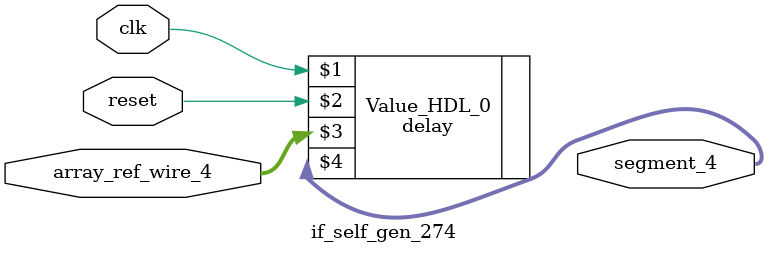
<source format=v>
module if_self_gen_274( input clk, input reset, input [31:0]array_ref_wire_4, output [31:0]segment_4); 
	wire [31:0]segment_4;
	//Proceed with segment_4 = array_ref_wire_4
	delay Value_HDL_0 ( clk, reset, array_ref_wire_4, segment_4);
endmodule
</source>
